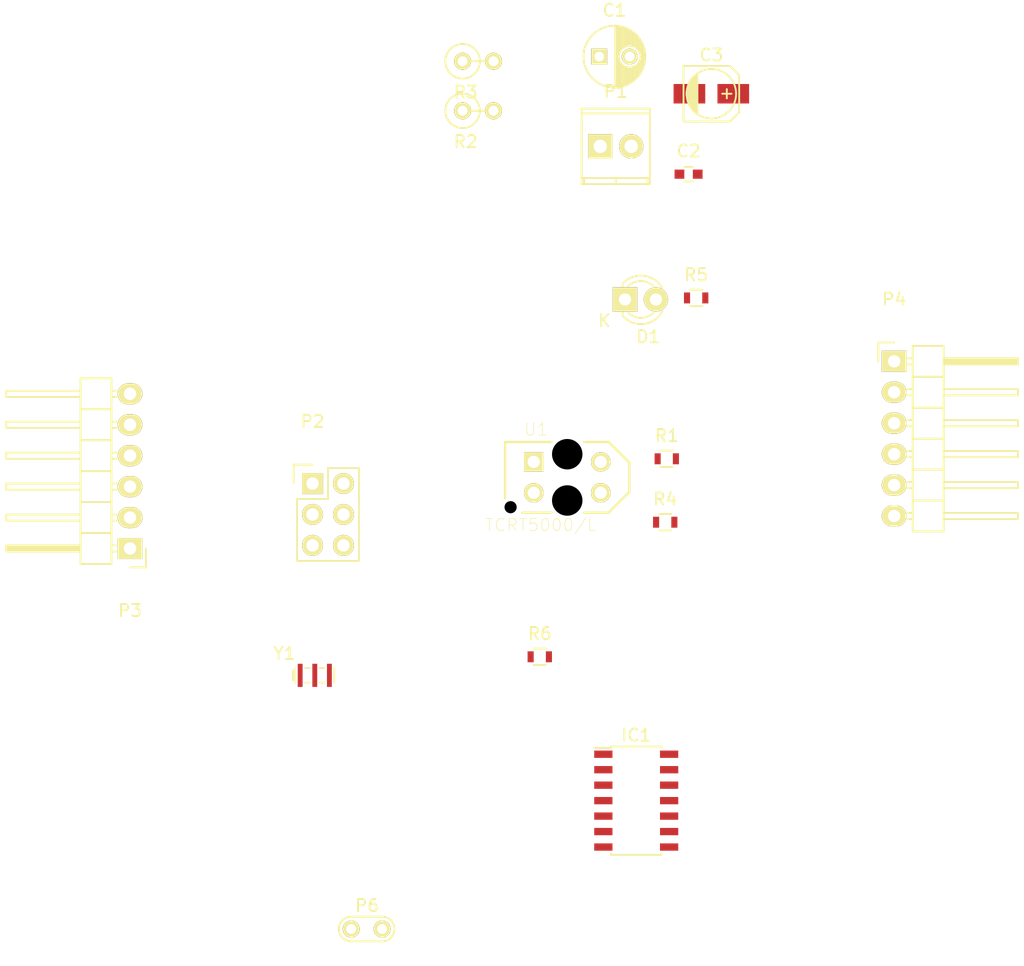
<source format=kicad_pcb>
(kicad_pcb (version 4) (host pcbnew 4.0.2-stable)

  (general
    (links 46)
    (no_connects 46)
    (area 0 0 0 0)
    (thickness 1.6)
    (drawings 0)
    (tracks 0)
    (zones 0)
    (modules 18)
    (nets 18)
  )

  (page A4)
  (layers
    (0 F.Cu signal)
    (31 B.Cu signal)
    (32 B.Adhes user)
    (33 F.Adhes user)
    (34 B.Paste user)
    (35 F.Paste user)
    (36 B.SilkS user)
    (37 F.SilkS user)
    (38 B.Mask user)
    (39 F.Mask user)
    (40 Dwgs.User user)
    (41 Cmts.User user)
    (42 Eco1.User user)
    (43 Eco2.User user)
    (44 Edge.Cuts user)
    (45 Margin user)
    (46 B.CrtYd user)
    (47 F.CrtYd user)
    (48 B.Fab user)
    (49 F.Fab user)
  )

  (setup
    (last_trace_width 0.1524)
    (trace_clearance 0.1524)
    (zone_clearance 0.508)
    (zone_45_only no)
    (trace_min 0.1524)
    (segment_width 0.2)
    (edge_width 0.15)
    (via_size 0.6858)
    (via_drill 0.3302)
    (via_min_size 0.6858)
    (via_min_drill 0.3302)
    (uvia_size 0.3)
    (uvia_drill 0.1)
    (uvias_allowed no)
    (uvia_min_size 0.3)
    (uvia_min_drill 0.1)
    (pcb_text_width 0.3)
    (pcb_text_size 1.5 1.5)
    (mod_edge_width 0.15)
    (mod_text_size 1 1)
    (mod_text_width 0.15)
    (pad_size 1.524 1.524)
    (pad_drill 0.762)
    (pad_to_mask_clearance 0.2)
    (aux_axis_origin 0 0)
    (visible_elements FFFFFF7F)
    (pcbplotparams
      (layerselection 0x00030_80000001)
      (usegerberextensions false)
      (excludeedgelayer true)
      (linewidth 0.100000)
      (plotframeref false)
      (viasonmask false)
      (mode 1)
      (useauxorigin false)
      (hpglpennumber 1)
      (hpglpenspeed 20)
      (hpglpendiameter 15)
      (hpglpenoverlay 2)
      (psnegative false)
      (psa4output false)
      (plotreference true)
      (plotvalue true)
      (plotinvisibletext false)
      (padsonsilk false)
      (subtractmaskfromsilk false)
      (outputformat 1)
      (mirror false)
      (drillshape 1)
      (scaleselection 1)
      (outputdirectory ""))
  )

  (net 0 "")
  (net 1 +5V)
  (net 2 GND)
  (net 3 "Net-(D1-Pad2)")
  (net 4 "Net-(IC1-Pad2)")
  (net 5 "Net-(IC1-Pad3)")
  (net 6 "Net-(IC1-Pad4)")
  (net 7 "Net-(IC1-Pad5)")
  (net 8 /SS)
  (net 9 /SDA/MOSI)
  (net 10 /MISO)
  (net 11 /SCK/SCL)
  (net 12 "Net-(IC1-Pad10)")
  (net 13 /RX)
  (net 14 /TX)
  (net 15 "Net-(IC1-Pad13)")
  (net 16 /RESET)
  (net 17 "Net-(R1-Pad2)")

  (net_class Default "This is the default net class."
    (clearance 0.1524)
    (trace_width 0.1524)
    (via_dia 0.6858)
    (via_drill 0.3302)
    (uvia_dia 0.3)
    (uvia_drill 0.1)
    (add_net +5V)
    (add_net /MISO)
    (add_net /RESET)
    (add_net /RX)
    (add_net /SCK/SCL)
    (add_net /SDA/MOSI)
    (add_net /SS)
    (add_net /TX)
    (add_net GND)
    (add_net "Net-(D1-Pad2)")
    (add_net "Net-(IC1-Pad10)")
    (add_net "Net-(IC1-Pad13)")
    (add_net "Net-(IC1-Pad2)")
    (add_net "Net-(IC1-Pad3)")
    (add_net "Net-(IC1-Pad4)")
    (add_net "Net-(IC1-Pad5)")
    (add_net "Net-(R1-Pad2)")
  )

  (module Capacitors_ThroughHole:C_Radial_D5_L6_P2.5 (layer F.Cu) (tedit 0) (tstamp 57CBCCDC)
    (at 160.822 90.678)
    (descr "Radial Electrolytic Capacitor Diameter 5mm x Length 6mm, Pitch 2.5mm")
    (tags "Electrolytic Capacitor")
    (path /57CC3C25)
    (fp_text reference C1 (at 1.25 -3.8) (layer F.SilkS)
      (effects (font (size 1 1) (thickness 0.15)))
    )
    (fp_text value 10-220uF (at 1.25 3.8) (layer F.Fab)
      (effects (font (size 1 1) (thickness 0.15)))
    )
    (fp_line (start 1.325 -2.499) (end 1.325 2.499) (layer F.SilkS) (width 0.15))
    (fp_line (start 1.465 -2.491) (end 1.465 2.491) (layer F.SilkS) (width 0.15))
    (fp_line (start 1.605 -2.475) (end 1.605 -0.095) (layer F.SilkS) (width 0.15))
    (fp_line (start 1.605 0.095) (end 1.605 2.475) (layer F.SilkS) (width 0.15))
    (fp_line (start 1.745 -2.451) (end 1.745 -0.49) (layer F.SilkS) (width 0.15))
    (fp_line (start 1.745 0.49) (end 1.745 2.451) (layer F.SilkS) (width 0.15))
    (fp_line (start 1.885 -2.418) (end 1.885 -0.657) (layer F.SilkS) (width 0.15))
    (fp_line (start 1.885 0.657) (end 1.885 2.418) (layer F.SilkS) (width 0.15))
    (fp_line (start 2.025 -2.377) (end 2.025 -0.764) (layer F.SilkS) (width 0.15))
    (fp_line (start 2.025 0.764) (end 2.025 2.377) (layer F.SilkS) (width 0.15))
    (fp_line (start 2.165 -2.327) (end 2.165 -0.835) (layer F.SilkS) (width 0.15))
    (fp_line (start 2.165 0.835) (end 2.165 2.327) (layer F.SilkS) (width 0.15))
    (fp_line (start 2.305 -2.266) (end 2.305 -0.879) (layer F.SilkS) (width 0.15))
    (fp_line (start 2.305 0.879) (end 2.305 2.266) (layer F.SilkS) (width 0.15))
    (fp_line (start 2.445 -2.196) (end 2.445 -0.898) (layer F.SilkS) (width 0.15))
    (fp_line (start 2.445 0.898) (end 2.445 2.196) (layer F.SilkS) (width 0.15))
    (fp_line (start 2.585 -2.114) (end 2.585 -0.896) (layer F.SilkS) (width 0.15))
    (fp_line (start 2.585 0.896) (end 2.585 2.114) (layer F.SilkS) (width 0.15))
    (fp_line (start 2.725 -2.019) (end 2.725 -0.871) (layer F.SilkS) (width 0.15))
    (fp_line (start 2.725 0.871) (end 2.725 2.019) (layer F.SilkS) (width 0.15))
    (fp_line (start 2.865 -1.908) (end 2.865 -0.823) (layer F.SilkS) (width 0.15))
    (fp_line (start 2.865 0.823) (end 2.865 1.908) (layer F.SilkS) (width 0.15))
    (fp_line (start 3.005 -1.78) (end 3.005 -0.745) (layer F.SilkS) (width 0.15))
    (fp_line (start 3.005 0.745) (end 3.005 1.78) (layer F.SilkS) (width 0.15))
    (fp_line (start 3.145 -1.631) (end 3.145 -0.628) (layer F.SilkS) (width 0.15))
    (fp_line (start 3.145 0.628) (end 3.145 1.631) (layer F.SilkS) (width 0.15))
    (fp_line (start 3.285 -1.452) (end 3.285 -0.44) (layer F.SilkS) (width 0.15))
    (fp_line (start 3.285 0.44) (end 3.285 1.452) (layer F.SilkS) (width 0.15))
    (fp_line (start 3.425 -1.233) (end 3.425 1.233) (layer F.SilkS) (width 0.15))
    (fp_line (start 3.565 -0.944) (end 3.565 0.944) (layer F.SilkS) (width 0.15))
    (fp_line (start 3.705 -0.472) (end 3.705 0.472) (layer F.SilkS) (width 0.15))
    (fp_circle (center 2.5 0) (end 2.5 -0.9) (layer F.SilkS) (width 0.15))
    (fp_circle (center 1.25 0) (end 1.25 -2.5375) (layer F.SilkS) (width 0.15))
    (fp_circle (center 1.25 0) (end 1.25 -2.8) (layer F.CrtYd) (width 0.05))
    (pad 1 thru_hole rect (at 0 0) (size 1.3 1.3) (drill 0.8) (layers *.Cu *.Mask F.SilkS)
      (net 1 +5V))
    (pad 2 thru_hole circle (at 2.5 0) (size 1.3 1.3) (drill 0.8) (layers *.Cu *.Mask F.SilkS)
      (net 2 GND))
    (model Capacitors_ThroughHole.3dshapes/C_Radial_D5_L6_P2.5.wrl
      (at (xyz 0.0492126 0 0))
      (scale (xyz 1 1 1))
      (rotate (xyz 0 0 90))
    )
  )

  (module Capacitors_SMD:C_0603 (layer F.Cu) (tedit 5415D631) (tstamp 57CBCCE2)
    (at 168.16 100.33)
    (descr "Capacitor SMD 0603, reflow soldering, AVX (see smccp.pdf)")
    (tags "capacitor 0603")
    (path /57CBC66B)
    (attr smd)
    (fp_text reference C2 (at 0 -1.9) (layer F.SilkS)
      (effects (font (size 1 1) (thickness 0.15)))
    )
    (fp_text value 0.1uF (at 0 1.9) (layer F.Fab)
      (effects (font (size 1 1) (thickness 0.15)))
    )
    (fp_line (start -1.45 -0.75) (end 1.45 -0.75) (layer F.CrtYd) (width 0.05))
    (fp_line (start -1.45 0.75) (end 1.45 0.75) (layer F.CrtYd) (width 0.05))
    (fp_line (start -1.45 -0.75) (end -1.45 0.75) (layer F.CrtYd) (width 0.05))
    (fp_line (start 1.45 -0.75) (end 1.45 0.75) (layer F.CrtYd) (width 0.05))
    (fp_line (start -0.35 -0.6) (end 0.35 -0.6) (layer F.SilkS) (width 0.15))
    (fp_line (start 0.35 0.6) (end -0.35 0.6) (layer F.SilkS) (width 0.15))
    (pad 1 smd rect (at -0.75 0) (size 0.8 0.75) (layers F.Cu F.Paste F.Mask)
      (net 1 +5V))
    (pad 2 smd rect (at 0.75 0) (size 0.8 0.75) (layers F.Cu F.Paste F.Mask)
      (net 2 GND))
    (model Capacitors_SMD.3dshapes/C_0603.wrl
      (at (xyz 0 0 0))
      (scale (xyz 1 1 1))
      (rotate (xyz 0 0 0))
    )
  )

  (module Capacitors_SMD:c_elec_4x5.8 (layer F.Cu) (tedit 556FDF7F) (tstamp 57CBCCE8)
    (at 170.03014 93.726)
    (descr "SMT capacitor, aluminium electrolytic, 4x5.8")
    (path /57CC3B9B)
    (attr smd)
    (fp_text reference C3 (at 0 -3.175) (layer F.SilkS)
      (effects (font (size 1 1) (thickness 0.15)))
    )
    (fp_text value 10uF (at 0 3.175) (layer F.Fab)
      (effects (font (size 1 1) (thickness 0.15)))
    )
    (fp_line (start -3.35 -2.65) (end 3.35 -2.65) (layer F.CrtYd) (width 0.05))
    (fp_line (start 3.35 -2.65) (end 3.35 2.65) (layer F.CrtYd) (width 0.05))
    (fp_line (start 3.35 2.65) (end -3.35 2.65) (layer F.CrtYd) (width 0.05))
    (fp_line (start -3.35 2.65) (end -3.35 -2.65) (layer F.CrtYd) (width 0.05))
    (fp_line (start 1.651 0) (end 0.889 0) (layer F.SilkS) (width 0.15))
    (fp_line (start 1.27 -0.381) (end 1.27 0.381) (layer F.SilkS) (width 0.15))
    (fp_line (start 1.524 2.286) (end -2.286 2.286) (layer F.SilkS) (width 0.15))
    (fp_line (start 2.286 -1.524) (end 2.286 1.524) (layer F.SilkS) (width 0.15))
    (fp_line (start 1.524 2.286) (end 2.286 1.524) (layer F.SilkS) (width 0.15))
    (fp_line (start 1.524 -2.286) (end -2.286 -2.286) (layer F.SilkS) (width 0.15))
    (fp_line (start 1.524 -2.286) (end 2.286 -1.524) (layer F.SilkS) (width 0.15))
    (fp_line (start -2.032 0.127) (end -2.032 -0.127) (layer F.SilkS) (width 0.15))
    (fp_line (start -1.905 -0.635) (end -1.905 0.635) (layer F.SilkS) (width 0.15))
    (fp_line (start -1.778 0.889) (end -1.778 -0.889) (layer F.SilkS) (width 0.15))
    (fp_line (start -1.651 1.143) (end -1.651 -1.143) (layer F.SilkS) (width 0.15))
    (fp_line (start -1.524 -1.27) (end -1.524 1.27) (layer F.SilkS) (width 0.15))
    (fp_line (start -1.397 1.397) (end -1.397 -1.397) (layer F.SilkS) (width 0.15))
    (fp_line (start -1.27 -1.524) (end -1.27 1.524) (layer F.SilkS) (width 0.15))
    (fp_line (start -1.143 -1.651) (end -1.143 1.651) (layer F.SilkS) (width 0.15))
    (fp_line (start -2.286 -2.286) (end -2.286 2.286) (layer F.SilkS) (width 0.15))
    (fp_circle (center 0 0) (end -2.032 0) (layer F.SilkS) (width 0.15))
    (pad 1 smd rect (at 1.80086 0) (size 2.60096 1.6002) (layers F.Cu F.Paste F.Mask)
      (net 1 +5V))
    (pad 2 smd rect (at -1.80086 0) (size 2.60096 1.6002) (layers F.Cu F.Paste F.Mask)
      (net 2 GND))
    (model Capacitors_SMD.3dshapes/c_elec_4x5.8.wrl
      (at (xyz 0 0 0))
      (scale (xyz 1 1 1))
      (rotate (xyz 0 0 0))
    )
  )

  (module LEDs:LED-3MM (layer F.Cu) (tedit 559B82F6) (tstamp 57CBCCEE)
    (at 162.941 110.617)
    (descr "LED 3mm round vertical")
    (tags "LED  3mm round vertical")
    (path /57CB8ED7)
    (fp_text reference D1 (at 1.91 3.06) (layer F.SilkS)
      (effects (font (size 1 1) (thickness 0.15)))
    )
    (fp_text value White (at 1.3 -2.9) (layer F.Fab)
      (effects (font (size 1 1) (thickness 0.15)))
    )
    (fp_line (start -1.2 2.3) (end 3.8 2.3) (layer F.CrtYd) (width 0.05))
    (fp_line (start 3.8 2.3) (end 3.8 -2.2) (layer F.CrtYd) (width 0.05))
    (fp_line (start 3.8 -2.2) (end -1.2 -2.2) (layer F.CrtYd) (width 0.05))
    (fp_line (start -1.2 -2.2) (end -1.2 2.3) (layer F.CrtYd) (width 0.05))
    (fp_line (start -0.199 1.314) (end -0.199 1.114) (layer F.SilkS) (width 0.15))
    (fp_line (start -0.199 -1.28) (end -0.199 -1.1) (layer F.SilkS) (width 0.15))
    (fp_arc (start 1.301 0.034) (end -0.199 -1.286) (angle 108.5) (layer F.SilkS) (width 0.15))
    (fp_arc (start 1.301 0.034) (end 0.25 -1.1) (angle 85.7) (layer F.SilkS) (width 0.15))
    (fp_arc (start 1.311 0.034) (end 3.051 0.994) (angle 110) (layer F.SilkS) (width 0.15))
    (fp_arc (start 1.301 0.034) (end 2.335 1.094) (angle 87.5) (layer F.SilkS) (width 0.15))
    (fp_text user K (at -1.69 1.74) (layer F.SilkS)
      (effects (font (size 1 1) (thickness 0.15)))
    )
    (pad 1 thru_hole rect (at 0 0 90) (size 2 2) (drill 1.00076) (layers *.Cu *.Mask F.SilkS)
      (net 2 GND))
    (pad 2 thru_hole circle (at 2.54 0) (size 2 2) (drill 1.00076) (layers *.Cu *.Mask F.SilkS)
      (net 3 "Net-(D1-Pad2)"))
    (model LEDs.3dshapes/LED-3MM.wrl
      (at (xyz 0.05 0 0))
      (scale (xyz 1 1 1))
      (rotate (xyz 0 0 90))
    )
  )

  (module Housings_SOIC:SOIC-14_3.9x8.7mm_Pitch1.27mm (layer F.Cu) (tedit 54130A77) (tstamp 57CBCD00)
    (at 163.863 151.765)
    (descr "14-Lead Plastic Small Outline (SL) - Narrow, 3.90 mm Body [SOIC] (see Microchip Packaging Specification 00000049BS.pdf)")
    (tags "SOIC 1.27")
    (path /57C9E1CB)
    (attr smd)
    (fp_text reference IC1 (at 0 -5.375) (layer F.SilkS)
      (effects (font (size 1 1) (thickness 0.15)))
    )
    (fp_text value ATTINY841-SSU (at 0 5.375) (layer F.Fab)
      (effects (font (size 1 1) (thickness 0.15)))
    )
    (fp_line (start -3.7 -4.65) (end -3.7 4.65) (layer F.CrtYd) (width 0.05))
    (fp_line (start 3.7 -4.65) (end 3.7 4.65) (layer F.CrtYd) (width 0.05))
    (fp_line (start -3.7 -4.65) (end 3.7 -4.65) (layer F.CrtYd) (width 0.05))
    (fp_line (start -3.7 4.65) (end 3.7 4.65) (layer F.CrtYd) (width 0.05))
    (fp_line (start -2.075 -4.45) (end -2.075 -4.335) (layer F.SilkS) (width 0.15))
    (fp_line (start 2.075 -4.45) (end 2.075 -4.335) (layer F.SilkS) (width 0.15))
    (fp_line (start 2.075 4.45) (end 2.075 4.335) (layer F.SilkS) (width 0.15))
    (fp_line (start -2.075 4.45) (end -2.075 4.335) (layer F.SilkS) (width 0.15))
    (fp_line (start -2.075 -4.45) (end 2.075 -4.45) (layer F.SilkS) (width 0.15))
    (fp_line (start -2.075 4.45) (end 2.075 4.45) (layer F.SilkS) (width 0.15))
    (fp_line (start -2.075 -4.335) (end -3.45 -4.335) (layer F.SilkS) (width 0.15))
    (pad 1 smd rect (at -2.7 -3.81) (size 1.5 0.6) (layers F.Cu F.Paste F.Mask)
      (net 1 +5V))
    (pad 2 smd rect (at -2.7 -2.54) (size 1.5 0.6) (layers F.Cu F.Paste F.Mask)
      (net 4 "Net-(IC1-Pad2)"))
    (pad 3 smd rect (at -2.7 -1.27) (size 1.5 0.6) (layers F.Cu F.Paste F.Mask)
      (net 5 "Net-(IC1-Pad3)"))
    (pad 4 smd rect (at -2.7 0) (size 1.5 0.6) (layers F.Cu F.Paste F.Mask)
      (net 6 "Net-(IC1-Pad4)"))
    (pad 5 smd rect (at -2.7 1.27) (size 1.5 0.6) (layers F.Cu F.Paste F.Mask)
      (net 7 "Net-(IC1-Pad5)"))
    (pad 6 smd rect (at -2.7 2.54) (size 1.5 0.6) (layers F.Cu F.Paste F.Mask)
      (net 8 /SS))
    (pad 7 smd rect (at -2.7 3.81) (size 1.5 0.6) (layers F.Cu F.Paste F.Mask)
      (net 9 /SDA/MOSI))
    (pad 8 smd rect (at 2.7 3.81) (size 1.5 0.6) (layers F.Cu F.Paste F.Mask)
      (net 10 /MISO))
    (pad 9 smd rect (at 2.7 2.54) (size 1.5 0.6) (layers F.Cu F.Paste F.Mask)
      (net 11 /SCK/SCL))
    (pad 10 smd rect (at 2.7 1.27) (size 1.5 0.6) (layers F.Cu F.Paste F.Mask)
      (net 12 "Net-(IC1-Pad10)"))
    (pad 11 smd rect (at 2.7 0) (size 1.5 0.6) (layers F.Cu F.Paste F.Mask)
      (net 13 /RX))
    (pad 12 smd rect (at 2.7 -1.27) (size 1.5 0.6) (layers F.Cu F.Paste F.Mask)
      (net 14 /TX))
    (pad 13 smd rect (at 2.7 -2.54) (size 1.5 0.6) (layers F.Cu F.Paste F.Mask)
      (net 15 "Net-(IC1-Pad13)"))
    (pad 14 smd rect (at 2.7 -3.81) (size 1.5 0.6) (layers F.Cu F.Paste F.Mask)
      (net 2 GND))
    (model Housings_SOIC.3dshapes/SOIC-14_3.9x8.7mm_Pitch1.27mm.wrl
      (at (xyz 0 0 0))
      (scale (xyz 1 1 1))
      (rotate (xyz 0 0 0))
    )
  )

  (module Terminal_Blocks:TerminalBlock_Pheonix_MPT-2.54mm_2pol (layer F.Cu) (tedit 0) (tstamp 57CBCD0D)
    (at 160.909 98.044)
    (descr "2-way 2.54mm pitch terminal block, Phoenix MPT series")
    (path /57CB92B7)
    (fp_text reference P1 (at 1.27 -4.50088) (layer F.SilkS)
      (effects (font (size 1 1) (thickness 0.15)))
    )
    (fp_text value 5V (at 1.27 4.50088) (layer F.Fab)
      (effects (font (size 1 1) (thickness 0.15)))
    )
    (fp_line (start -1.7 -3.3) (end 4.3 -3.3) (layer F.CrtYd) (width 0.05))
    (fp_line (start -1.7 3.3) (end -1.7 -3.3) (layer F.CrtYd) (width 0.05))
    (fp_line (start 4.3 3.3) (end -1.7 3.3) (layer F.CrtYd) (width 0.05))
    (fp_line (start 4.3 -3.3) (end 4.3 3.3) (layer F.CrtYd) (width 0.05))
    (fp_line (start 4.06908 2.60096) (end -1.52908 2.60096) (layer F.SilkS) (width 0.15))
    (fp_line (start -1.33096 3.0988) (end -1.33096 2.60096) (layer F.SilkS) (width 0.15))
    (fp_line (start 3.87096 2.60096) (end 3.87096 3.0988) (layer F.SilkS) (width 0.15))
    (fp_line (start 1.27 3.0988) (end 1.27 2.60096) (layer F.SilkS) (width 0.15))
    (fp_line (start -1.52908 -2.70002) (end 4.06908 -2.70002) (layer F.SilkS) (width 0.15))
    (fp_line (start -1.52908 3.0988) (end 4.06908 3.0988) (layer F.SilkS) (width 0.15))
    (fp_line (start 4.06908 3.0988) (end 4.06908 -3.0988) (layer F.SilkS) (width 0.15))
    (fp_line (start 4.06908 -3.0988) (end -1.52908 -3.0988) (layer F.SilkS) (width 0.15))
    (fp_line (start -1.52908 -3.0988) (end -1.52908 3.0988) (layer F.SilkS) (width 0.15))
    (pad 2 thru_hole oval (at 2.54 0) (size 1.99898 1.99898) (drill 1.09728) (layers *.Cu *.Mask F.SilkS)
      (net 1 +5V))
    (pad 1 thru_hole rect (at 0 0) (size 1.99898 1.99898) (drill 1.09728) (layers *.Cu *.Mask F.SilkS)
      (net 2 GND))
    (model Terminal_Blocks.3dshapes/TerminalBlock_Pheonix_MPT-2.54mm_2pol.wrl
      (at (xyz 0.05 0 0))
      (scale (xyz 1 1 1))
      (rotate (xyz 0 0 0))
    )
  )

  (module Pin_Headers:Pin_Header_Straight_2x03 (layer F.Cu) (tedit 54EA0A4B) (tstamp 57CBCD17)
    (at 137.287 125.73)
    (descr "Through hole pin header")
    (tags "pin header")
    (path /57CC2B02)
    (fp_text reference P2 (at 0 -5.1) (layer F.SilkS)
      (effects (font (size 1 1) (thickness 0.15)))
    )
    (fp_text value ICSP (at 0 -3.1) (layer F.Fab)
      (effects (font (size 1 1) (thickness 0.15)))
    )
    (fp_line (start -1.27 1.27) (end -1.27 6.35) (layer F.SilkS) (width 0.15))
    (fp_line (start -1.55 -1.55) (end 0 -1.55) (layer F.SilkS) (width 0.15))
    (fp_line (start -1.75 -1.75) (end -1.75 6.85) (layer F.CrtYd) (width 0.05))
    (fp_line (start 4.3 -1.75) (end 4.3 6.85) (layer F.CrtYd) (width 0.05))
    (fp_line (start -1.75 -1.75) (end 4.3 -1.75) (layer F.CrtYd) (width 0.05))
    (fp_line (start -1.75 6.85) (end 4.3 6.85) (layer F.CrtYd) (width 0.05))
    (fp_line (start 1.27 -1.27) (end 1.27 1.27) (layer F.SilkS) (width 0.15))
    (fp_line (start 1.27 1.27) (end -1.27 1.27) (layer F.SilkS) (width 0.15))
    (fp_line (start -1.27 6.35) (end 3.81 6.35) (layer F.SilkS) (width 0.15))
    (fp_line (start 3.81 6.35) (end 3.81 1.27) (layer F.SilkS) (width 0.15))
    (fp_line (start -1.55 -1.55) (end -1.55 0) (layer F.SilkS) (width 0.15))
    (fp_line (start 3.81 -1.27) (end 1.27 -1.27) (layer F.SilkS) (width 0.15))
    (fp_line (start 3.81 1.27) (end 3.81 -1.27) (layer F.SilkS) (width 0.15))
    (pad 1 thru_hole rect (at 0 0) (size 1.7272 1.7272) (drill 1.016) (layers *.Cu *.Mask F.SilkS)
      (net 10 /MISO))
    (pad 2 thru_hole oval (at 2.54 0) (size 1.7272 1.7272) (drill 1.016) (layers *.Cu *.Mask F.SilkS)
      (net 1 +5V))
    (pad 3 thru_hole oval (at 0 2.54) (size 1.7272 1.7272) (drill 1.016) (layers *.Cu *.Mask F.SilkS)
      (net 11 /SCK/SCL))
    (pad 4 thru_hole oval (at 2.54 2.54) (size 1.7272 1.7272) (drill 1.016) (layers *.Cu *.Mask F.SilkS)
      (net 9 /SDA/MOSI))
    (pad 5 thru_hole oval (at 0 5.08) (size 1.7272 1.7272) (drill 1.016) (layers *.Cu *.Mask F.SilkS)
      (net 16 /RESET))
    (pad 6 thru_hole oval (at 2.54 5.08) (size 1.7272 1.7272) (drill 1.016) (layers *.Cu *.Mask F.SilkS)
      (net 2 GND))
    (model Pin_Headers.3dshapes/Pin_Header_Straight_2x03.wrl
      (at (xyz 0.05 -0.1 0))
      (scale (xyz 1 1 1))
      (rotate (xyz 0 0 90))
    )
  )

  (module Pin_Headers:Pin_Header_Angled_1x06 (layer F.Cu) (tedit 0) (tstamp 57CBCD21)
    (at 122.301 131.064 180)
    (descr "Through hole pin header")
    (tags "pin header")
    (path /57CBE235)
    (fp_text reference P3 (at 0 -5.1 180) (layer F.SilkS)
      (effects (font (size 1 1) (thickness 0.15)))
    )
    (fp_text value IN (at 0 -3.1 180) (layer F.Fab)
      (effects (font (size 1 1) (thickness 0.15)))
    )
    (fp_line (start -1.5 -1.75) (end -1.5 14.45) (layer F.CrtYd) (width 0.05))
    (fp_line (start 10.65 -1.75) (end 10.65 14.45) (layer F.CrtYd) (width 0.05))
    (fp_line (start -1.5 -1.75) (end 10.65 -1.75) (layer F.CrtYd) (width 0.05))
    (fp_line (start -1.5 14.45) (end 10.65 14.45) (layer F.CrtYd) (width 0.05))
    (fp_line (start -1.3 -1.55) (end -1.3 0) (layer F.SilkS) (width 0.15))
    (fp_line (start 0 -1.55) (end -1.3 -1.55) (layer F.SilkS) (width 0.15))
    (fp_line (start 4.191 -0.127) (end 10.033 -0.127) (layer F.SilkS) (width 0.15))
    (fp_line (start 10.033 -0.127) (end 10.033 0.127) (layer F.SilkS) (width 0.15))
    (fp_line (start 10.033 0.127) (end 4.191 0.127) (layer F.SilkS) (width 0.15))
    (fp_line (start 4.191 0.127) (end 4.191 0) (layer F.SilkS) (width 0.15))
    (fp_line (start 4.191 0) (end 10.033 0) (layer F.SilkS) (width 0.15))
    (fp_line (start 1.524 -0.254) (end 1.143 -0.254) (layer F.SilkS) (width 0.15))
    (fp_line (start 1.524 0.254) (end 1.143 0.254) (layer F.SilkS) (width 0.15))
    (fp_line (start 1.524 2.286) (end 1.143 2.286) (layer F.SilkS) (width 0.15))
    (fp_line (start 1.524 2.794) (end 1.143 2.794) (layer F.SilkS) (width 0.15))
    (fp_line (start 1.524 4.826) (end 1.143 4.826) (layer F.SilkS) (width 0.15))
    (fp_line (start 1.524 5.334) (end 1.143 5.334) (layer F.SilkS) (width 0.15))
    (fp_line (start 1.524 12.954) (end 1.143 12.954) (layer F.SilkS) (width 0.15))
    (fp_line (start 1.524 12.446) (end 1.143 12.446) (layer F.SilkS) (width 0.15))
    (fp_line (start 1.524 10.414) (end 1.143 10.414) (layer F.SilkS) (width 0.15))
    (fp_line (start 1.524 9.906) (end 1.143 9.906) (layer F.SilkS) (width 0.15))
    (fp_line (start 1.524 7.874) (end 1.143 7.874) (layer F.SilkS) (width 0.15))
    (fp_line (start 1.524 7.366) (end 1.143 7.366) (layer F.SilkS) (width 0.15))
    (fp_line (start 1.524 -1.27) (end 4.064 -1.27) (layer F.SilkS) (width 0.15))
    (fp_line (start 1.524 1.27) (end 4.064 1.27) (layer F.SilkS) (width 0.15))
    (fp_line (start 1.524 1.27) (end 1.524 3.81) (layer F.SilkS) (width 0.15))
    (fp_line (start 1.524 3.81) (end 4.064 3.81) (layer F.SilkS) (width 0.15))
    (fp_line (start 4.064 2.286) (end 10.16 2.286) (layer F.SilkS) (width 0.15))
    (fp_line (start 10.16 2.286) (end 10.16 2.794) (layer F.SilkS) (width 0.15))
    (fp_line (start 10.16 2.794) (end 4.064 2.794) (layer F.SilkS) (width 0.15))
    (fp_line (start 4.064 3.81) (end 4.064 1.27) (layer F.SilkS) (width 0.15))
    (fp_line (start 4.064 1.27) (end 4.064 -1.27) (layer F.SilkS) (width 0.15))
    (fp_line (start 10.16 0.254) (end 4.064 0.254) (layer F.SilkS) (width 0.15))
    (fp_line (start 10.16 -0.254) (end 10.16 0.254) (layer F.SilkS) (width 0.15))
    (fp_line (start 4.064 -0.254) (end 10.16 -0.254) (layer F.SilkS) (width 0.15))
    (fp_line (start 1.524 1.27) (end 4.064 1.27) (layer F.SilkS) (width 0.15))
    (fp_line (start 1.524 -1.27) (end 1.524 1.27) (layer F.SilkS) (width 0.15))
    (fp_line (start 1.524 8.89) (end 4.064 8.89) (layer F.SilkS) (width 0.15))
    (fp_line (start 1.524 8.89) (end 1.524 11.43) (layer F.SilkS) (width 0.15))
    (fp_line (start 1.524 11.43) (end 4.064 11.43) (layer F.SilkS) (width 0.15))
    (fp_line (start 4.064 9.906) (end 10.16 9.906) (layer F.SilkS) (width 0.15))
    (fp_line (start 10.16 9.906) (end 10.16 10.414) (layer F.SilkS) (width 0.15))
    (fp_line (start 10.16 10.414) (end 4.064 10.414) (layer F.SilkS) (width 0.15))
    (fp_line (start 4.064 11.43) (end 4.064 8.89) (layer F.SilkS) (width 0.15))
    (fp_line (start 4.064 13.97) (end 4.064 11.43) (layer F.SilkS) (width 0.15))
    (fp_line (start 10.16 12.954) (end 4.064 12.954) (layer F.SilkS) (width 0.15))
    (fp_line (start 10.16 12.446) (end 10.16 12.954) (layer F.SilkS) (width 0.15))
    (fp_line (start 4.064 12.446) (end 10.16 12.446) (layer F.SilkS) (width 0.15))
    (fp_line (start 1.524 13.97) (end 4.064 13.97) (layer F.SilkS) (width 0.15))
    (fp_line (start 1.524 11.43) (end 1.524 13.97) (layer F.SilkS) (width 0.15))
    (fp_line (start 1.524 11.43) (end 4.064 11.43) (layer F.SilkS) (width 0.15))
    (fp_line (start 1.524 6.35) (end 4.064 6.35) (layer F.SilkS) (width 0.15))
    (fp_line (start 1.524 6.35) (end 1.524 8.89) (layer F.SilkS) (width 0.15))
    (fp_line (start 1.524 8.89) (end 4.064 8.89) (layer F.SilkS) (width 0.15))
    (fp_line (start 4.064 7.366) (end 10.16 7.366) (layer F.SilkS) (width 0.15))
    (fp_line (start 10.16 7.366) (end 10.16 7.874) (layer F.SilkS) (width 0.15))
    (fp_line (start 10.16 7.874) (end 4.064 7.874) (layer F.SilkS) (width 0.15))
    (fp_line (start 4.064 8.89) (end 4.064 6.35) (layer F.SilkS) (width 0.15))
    (fp_line (start 4.064 6.35) (end 4.064 3.81) (layer F.SilkS) (width 0.15))
    (fp_line (start 10.16 5.334) (end 4.064 5.334) (layer F.SilkS) (width 0.15))
    (fp_line (start 10.16 4.826) (end 10.16 5.334) (layer F.SilkS) (width 0.15))
    (fp_line (start 4.064 4.826) (end 10.16 4.826) (layer F.SilkS) (width 0.15))
    (fp_line (start 1.524 6.35) (end 4.064 6.35) (layer F.SilkS) (width 0.15))
    (fp_line (start 1.524 3.81) (end 1.524 6.35) (layer F.SilkS) (width 0.15))
    (fp_line (start 1.524 3.81) (end 4.064 3.81) (layer F.SilkS) (width 0.15))
    (pad 1 thru_hole rect (at 0 0 180) (size 2.032 1.7272) (drill 1.016) (layers *.Cu *.Mask F.SilkS)
      (net 1 +5V))
    (pad 2 thru_hole oval (at 0 2.54 180) (size 2.032 1.7272) (drill 1.016) (layers *.Cu *.Mask F.SilkS)
      (net 2 GND))
    (pad 3 thru_hole oval (at 0 5.08 180) (size 2.032 1.7272) (drill 1.016) (layers *.Cu *.Mask F.SilkS)
      (net 11 /SCK/SCL))
    (pad 4 thru_hole oval (at 0 7.62 180) (size 2.032 1.7272) (drill 1.016) (layers *.Cu *.Mask F.SilkS)
      (net 10 /MISO))
    (pad 5 thru_hole oval (at 0 10.16 180) (size 2.032 1.7272) (drill 1.016) (layers *.Cu *.Mask F.SilkS)
      (net 9 /SDA/MOSI))
    (pad 6 thru_hole oval (at 0 12.7 180) (size 2.032 1.7272) (drill 1.016) (layers *.Cu *.Mask F.SilkS)
      (net 8 /SS))
    (model Pin_Headers.3dshapes/Pin_Header_Angled_1x06.wrl
      (at (xyz 0 -0.25 0))
      (scale (xyz 1 1 1))
      (rotate (xyz 0 0 90))
    )
  )

  (module Pin_Headers:Pin_Header_Angled_1x06 (layer F.Cu) (tedit 0) (tstamp 57CBCD2B)
    (at 185.039 115.697)
    (descr "Through hole pin header")
    (tags "pin header")
    (path /57CBE474)
    (fp_text reference P4 (at 0 -5.1) (layer F.SilkS)
      (effects (font (size 1 1) (thickness 0.15)))
    )
    (fp_text value OUT (at 0 -3.1) (layer F.Fab)
      (effects (font (size 1 1) (thickness 0.15)))
    )
    (fp_line (start -1.5 -1.75) (end -1.5 14.45) (layer F.CrtYd) (width 0.05))
    (fp_line (start 10.65 -1.75) (end 10.65 14.45) (layer F.CrtYd) (width 0.05))
    (fp_line (start -1.5 -1.75) (end 10.65 -1.75) (layer F.CrtYd) (width 0.05))
    (fp_line (start -1.5 14.45) (end 10.65 14.45) (layer F.CrtYd) (width 0.05))
    (fp_line (start -1.3 -1.55) (end -1.3 0) (layer F.SilkS) (width 0.15))
    (fp_line (start 0 -1.55) (end -1.3 -1.55) (layer F.SilkS) (width 0.15))
    (fp_line (start 4.191 -0.127) (end 10.033 -0.127) (layer F.SilkS) (width 0.15))
    (fp_line (start 10.033 -0.127) (end 10.033 0.127) (layer F.SilkS) (width 0.15))
    (fp_line (start 10.033 0.127) (end 4.191 0.127) (layer F.SilkS) (width 0.15))
    (fp_line (start 4.191 0.127) (end 4.191 0) (layer F.SilkS) (width 0.15))
    (fp_line (start 4.191 0) (end 10.033 0) (layer F.SilkS) (width 0.15))
    (fp_line (start 1.524 -0.254) (end 1.143 -0.254) (layer F.SilkS) (width 0.15))
    (fp_line (start 1.524 0.254) (end 1.143 0.254) (layer F.SilkS) (width 0.15))
    (fp_line (start 1.524 2.286) (end 1.143 2.286) (layer F.SilkS) (width 0.15))
    (fp_line (start 1.524 2.794) (end 1.143 2.794) (layer F.SilkS) (width 0.15))
    (fp_line (start 1.524 4.826) (end 1.143 4.826) (layer F.SilkS) (width 0.15))
    (fp_line (start 1.524 5.334) (end 1.143 5.334) (layer F.SilkS) (width 0.15))
    (fp_line (start 1.524 12.954) (end 1.143 12.954) (layer F.SilkS) (width 0.15))
    (fp_line (start 1.524 12.446) (end 1.143 12.446) (layer F.SilkS) (width 0.15))
    (fp_line (start 1.524 10.414) (end 1.143 10.414) (layer F.SilkS) (width 0.15))
    (fp_line (start 1.524 9.906) (end 1.143 9.906) (layer F.SilkS) (width 0.15))
    (fp_line (start 1.524 7.874) (end 1.143 7.874) (layer F.SilkS) (width 0.15))
    (fp_line (start 1.524 7.366) (end 1.143 7.366) (layer F.SilkS) (width 0.15))
    (fp_line (start 1.524 -1.27) (end 4.064 -1.27) (layer F.SilkS) (width 0.15))
    (fp_line (start 1.524 1.27) (end 4.064 1.27) (layer F.SilkS) (width 0.15))
    (fp_line (start 1.524 1.27) (end 1.524 3.81) (layer F.SilkS) (width 0.15))
    (fp_line (start 1.524 3.81) (end 4.064 3.81) (layer F.SilkS) (width 0.15))
    (fp_line (start 4.064 2.286) (end 10.16 2.286) (layer F.SilkS) (width 0.15))
    (fp_line (start 10.16 2.286) (end 10.16 2.794) (layer F.SilkS) (width 0.15))
    (fp_line (start 10.16 2.794) (end 4.064 2.794) (layer F.SilkS) (width 0.15))
    (fp_line (start 4.064 3.81) (end 4.064 1.27) (layer F.SilkS) (width 0.15))
    (fp_line (start 4.064 1.27) (end 4.064 -1.27) (layer F.SilkS) (width 0.15))
    (fp_line (start 10.16 0.254) (end 4.064 0.254) (layer F.SilkS) (width 0.15))
    (fp_line (start 10.16 -0.254) (end 10.16 0.254) (layer F.SilkS) (width 0.15))
    (fp_line (start 4.064 -0.254) (end 10.16 -0.254) (layer F.SilkS) (width 0.15))
    (fp_line (start 1.524 1.27) (end 4.064 1.27) (layer F.SilkS) (width 0.15))
    (fp_line (start 1.524 -1.27) (end 1.524 1.27) (layer F.SilkS) (width 0.15))
    (fp_line (start 1.524 8.89) (end 4.064 8.89) (layer F.SilkS) (width 0.15))
    (fp_line (start 1.524 8.89) (end 1.524 11.43) (layer F.SilkS) (width 0.15))
    (fp_line (start 1.524 11.43) (end 4.064 11.43) (layer F.SilkS) (width 0.15))
    (fp_line (start 4.064 9.906) (end 10.16 9.906) (layer F.SilkS) (width 0.15))
    (fp_line (start 10.16 9.906) (end 10.16 10.414) (layer F.SilkS) (width 0.15))
    (fp_line (start 10.16 10.414) (end 4.064 10.414) (layer F.SilkS) (width 0.15))
    (fp_line (start 4.064 11.43) (end 4.064 8.89) (layer F.SilkS) (width 0.15))
    (fp_line (start 4.064 13.97) (end 4.064 11.43) (layer F.SilkS) (width 0.15))
    (fp_line (start 10.16 12.954) (end 4.064 12.954) (layer F.SilkS) (width 0.15))
    (fp_line (start 10.16 12.446) (end 10.16 12.954) (layer F.SilkS) (width 0.15))
    (fp_line (start 4.064 12.446) (end 10.16 12.446) (layer F.SilkS) (width 0.15))
    (fp_line (start 1.524 13.97) (end 4.064 13.97) (layer F.SilkS) (width 0.15))
    (fp_line (start 1.524 11.43) (end 1.524 13.97) (layer F.SilkS) (width 0.15))
    (fp_line (start 1.524 11.43) (end 4.064 11.43) (layer F.SilkS) (width 0.15))
    (fp_line (start 1.524 6.35) (end 4.064 6.35) (layer F.SilkS) (width 0.15))
    (fp_line (start 1.524 6.35) (end 1.524 8.89) (layer F.SilkS) (width 0.15))
    (fp_line (start 1.524 8.89) (end 4.064 8.89) (layer F.SilkS) (width 0.15))
    (fp_line (start 4.064 7.366) (end 10.16 7.366) (layer F.SilkS) (width 0.15))
    (fp_line (start 10.16 7.366) (end 10.16 7.874) (layer F.SilkS) (width 0.15))
    (fp_line (start 10.16 7.874) (end 4.064 7.874) (layer F.SilkS) (width 0.15))
    (fp_line (start 4.064 8.89) (end 4.064 6.35) (layer F.SilkS) (width 0.15))
    (fp_line (start 4.064 6.35) (end 4.064 3.81) (layer F.SilkS) (width 0.15))
    (fp_line (start 10.16 5.334) (end 4.064 5.334) (layer F.SilkS) (width 0.15))
    (fp_line (start 10.16 4.826) (end 10.16 5.334) (layer F.SilkS) (width 0.15))
    (fp_line (start 4.064 4.826) (end 10.16 4.826) (layer F.SilkS) (width 0.15))
    (fp_line (start 1.524 6.35) (end 4.064 6.35) (layer F.SilkS) (width 0.15))
    (fp_line (start 1.524 3.81) (end 1.524 6.35) (layer F.SilkS) (width 0.15))
    (fp_line (start 1.524 3.81) (end 4.064 3.81) (layer F.SilkS) (width 0.15))
    (pad 1 thru_hole rect (at 0 0) (size 2.032 1.7272) (drill 1.016) (layers *.Cu *.Mask F.SilkS)
      (net 1 +5V))
    (pad 2 thru_hole oval (at 0 2.54) (size 2.032 1.7272) (drill 1.016) (layers *.Cu *.Mask F.SilkS)
      (net 2 GND))
    (pad 3 thru_hole oval (at 0 5.08) (size 2.032 1.7272) (drill 1.016) (layers *.Cu *.Mask F.SilkS)
      (net 11 /SCK/SCL))
    (pad 4 thru_hole oval (at 0 7.62) (size 2.032 1.7272) (drill 1.016) (layers *.Cu *.Mask F.SilkS)
      (net 10 /MISO))
    (pad 5 thru_hole oval (at 0 10.16) (size 2.032 1.7272) (drill 1.016) (layers *.Cu *.Mask F.SilkS)
      (net 9 /SDA/MOSI))
    (pad 6 thru_hole oval (at 0 12.7) (size 2.032 1.7272) (drill 1.016) (layers *.Cu *.Mask F.SilkS)
      (net 8 /SS))
    (model Pin_Headers.3dshapes/Pin_Header_Angled_1x06.wrl
      (at (xyz 0 -0.25 0))
      (scale (xyz 1 1 1))
      (rotate (xyz 0 0 90))
    )
  )

  (module Measurement_Points:Test_Point (layer F.Cu) (tedit 0) (tstamp 57CBCD3B)
    (at 141.732 162.306)
    (descr "Connecteurs 2 pins")
    (tags "CONN DEV")
    (path /57CBCD0E)
    (fp_text reference P6 (at 0.03048 -1.92024) (layer F.SilkS)
      (effects (font (size 1 1) (thickness 0.15)))
    )
    (fp_text value "UART(test)" (at -0.07112 2.2098) (layer F.Fab)
      (effects (font (size 1 1) (thickness 0.15)))
    )
    (fp_line (start 1.27 1.016) (end -1.27 1.016) (layer F.SilkS) (width 0.15))
    (fp_line (start 1.27 -1.016) (end -1.27 -1.016) (layer F.SilkS) (width 0.15))
    (fp_arc (start 1.27 0) (end 2.286 0) (angle 90) (layer F.SilkS) (width 0.15))
    (fp_arc (start 1.27 0) (end 1.27 -1.016) (angle 90) (layer F.SilkS) (width 0.15))
    (fp_arc (start -1.27 0) (end -1.27 1.016) (angle 90) (layer F.SilkS) (width 0.15))
    (fp_arc (start -1.27 0) (end -2.286 0) (angle 90) (layer F.SilkS) (width 0.15))
    (pad 1 thru_hole circle (at -1.27 0) (size 1.397 1.397) (drill 0.8128) (layers *.Cu *.Mask F.SilkS)
      (net 14 /TX))
    (pad 1 thru_hole circle (at 1.27 0) (size 1.397 1.397) (drill 0.8128) (layers *.Cu *.Mask F.SilkS)
      (net 14 /TX))
    (model Measurement_Points.3dshapes/Test_Point.wrl
      (at (xyz 0 0 0))
      (scale (xyz 1 1 1))
      (rotate (xyz 0 0 0))
    )
  )

  (module Resistors_SMD:R_0603 (layer F.Cu) (tedit 5415CC62) (tstamp 57CBCD41)
    (at 166.37 123.698)
    (descr "Resistor SMD 0603, reflow soldering, Vishay (see dcrcw.pdf)")
    (tags "resistor 0603")
    (path /57CBC4C2)
    (attr smd)
    (fp_text reference R1 (at 0 -1.9) (layer F.SilkS)
      (effects (font (size 1 1) (thickness 0.15)))
    )
    (fp_text value 220? (at 0 1.9) (layer F.Fab)
      (effects (font (size 1 1) (thickness 0.15)))
    )
    (fp_line (start -1.3 -0.8) (end 1.3 -0.8) (layer F.CrtYd) (width 0.05))
    (fp_line (start -1.3 0.8) (end 1.3 0.8) (layer F.CrtYd) (width 0.05))
    (fp_line (start -1.3 -0.8) (end -1.3 0.8) (layer F.CrtYd) (width 0.05))
    (fp_line (start 1.3 -0.8) (end 1.3 0.8) (layer F.CrtYd) (width 0.05))
    (fp_line (start 0.5 0.675) (end -0.5 0.675) (layer F.SilkS) (width 0.15))
    (fp_line (start -0.5 -0.675) (end 0.5 -0.675) (layer F.SilkS) (width 0.15))
    (pad 1 smd rect (at -0.75 0) (size 0.5 0.9) (layers F.Cu F.Paste F.Mask)
      (net 1 +5V))
    (pad 2 smd rect (at 0.75 0) (size 0.5 0.9) (layers F.Cu F.Paste F.Mask)
      (net 17 "Net-(R1-Pad2)"))
    (model Resistors_SMD.3dshapes/R_0603.wrl
      (at (xyz 0 0 0))
      (scale (xyz 1 1 1))
      (rotate (xyz 0 0 0))
    )
  )

  (module Discret:R1 (layer F.Cu) (tedit 0) (tstamp 57CBCD47)
    (at 150.876 95.123)
    (descr "Resistance verticale")
    (tags R)
    (path /57CC5F58)
    (fp_text reference R2 (at -1.016 2.54) (layer F.SilkS)
      (effects (font (size 1 1) (thickness 0.15)))
    )
    (fp_text value 4k7 (at -1.143 2.54) (layer F.Fab)
      (effects (font (size 1 1) (thickness 0.15)))
    )
    (fp_line (start -1.27 0) (end 1.27 0) (layer F.SilkS) (width 0.15))
    (fp_circle (center -1.27 0) (end -0.635 1.27) (layer F.SilkS) (width 0.15))
    (pad 1 thru_hole circle (at -1.27 0) (size 1.397 1.397) (drill 0.8128) (layers *.Cu *.Mask F.SilkS)
      (net 11 /SCK/SCL))
    (pad 2 thru_hole circle (at 1.27 0) (size 1.397 1.397) (drill 0.8128) (layers *.Cu *.Mask F.SilkS)
      (net 1 +5V))
    (model Discret.3dshapes/R1.wrl
      (at (xyz 0 0 0))
      (scale (xyz 1 1 1))
      (rotate (xyz 0 0 0))
    )
  )

  (module Discret:R1 (layer F.Cu) (tedit 0) (tstamp 57CBCD4D)
    (at 150.876 91.059)
    (descr "Resistance verticale")
    (tags R)
    (path /57CC6137)
    (fp_text reference R3 (at -1.016 2.54) (layer F.SilkS)
      (effects (font (size 1 1) (thickness 0.15)))
    )
    (fp_text value 4k7 (at -1.143 2.54) (layer F.Fab)
      (effects (font (size 1 1) (thickness 0.15)))
    )
    (fp_line (start -1.27 0) (end 1.27 0) (layer F.SilkS) (width 0.15))
    (fp_circle (center -1.27 0) (end -0.635 1.27) (layer F.SilkS) (width 0.15))
    (pad 1 thru_hole circle (at -1.27 0) (size 1.397 1.397) (drill 0.8128) (layers *.Cu *.Mask F.SilkS)
      (net 9 /SDA/MOSI))
    (pad 2 thru_hole circle (at 1.27 0) (size 1.397 1.397) (drill 0.8128) (layers *.Cu *.Mask F.SilkS)
      (net 1 +5V))
    (model Discret.3dshapes/R1.wrl
      (at (xyz 0 0 0))
      (scale (xyz 1 1 1))
      (rotate (xyz 0 0 0))
    )
  )

  (module Resistors_SMD:R_0603 (layer F.Cu) (tedit 5415CC62) (tstamp 57CBCD53)
    (at 166.243 128.905)
    (descr "Resistor SMD 0603, reflow soldering, Vishay (see dcrcw.pdf)")
    (tags "resistor 0603")
    (path /57CC33DC)
    (attr smd)
    (fp_text reference R4 (at 0 -1.9) (layer F.SilkS)
      (effects (font (size 1 1) (thickness 0.15)))
    )
    (fp_text value 10k (at 0 1.9) (layer F.Fab)
      (effects (font (size 1 1) (thickness 0.15)))
    )
    (fp_line (start -1.3 -0.8) (end 1.3 -0.8) (layer F.CrtYd) (width 0.05))
    (fp_line (start -1.3 0.8) (end 1.3 0.8) (layer F.CrtYd) (width 0.05))
    (fp_line (start -1.3 -0.8) (end -1.3 0.8) (layer F.CrtYd) (width 0.05))
    (fp_line (start 1.3 -0.8) (end 1.3 0.8) (layer F.CrtYd) (width 0.05))
    (fp_line (start 0.5 0.675) (end -0.5 0.675) (layer F.SilkS) (width 0.15))
    (fp_line (start -0.5 -0.675) (end 0.5 -0.675) (layer F.SilkS) (width 0.15))
    (pad 1 smd rect (at -0.75 0) (size 0.5 0.9) (layers F.Cu F.Paste F.Mask)
      (net 1 +5V))
    (pad 2 smd rect (at 0.75 0) (size 0.5 0.9) (layers F.Cu F.Paste F.Mask)
      (net 6 "Net-(IC1-Pad4)"))
    (model Resistors_SMD.3dshapes/R_0603.wrl
      (at (xyz 0 0 0))
      (scale (xyz 1 1 1))
      (rotate (xyz 0 0 0))
    )
  )

  (module Resistors_SMD:R_0603 (layer F.Cu) (tedit 5415CC62) (tstamp 57CBCD59)
    (at 168.783 110.49)
    (descr "Resistor SMD 0603, reflow soldering, Vishay (see dcrcw.pdf)")
    (tags "resistor 0603")
    (path /57CB8FDB)
    (attr smd)
    (fp_text reference R5 (at 0 -1.9) (layer F.SilkS)
      (effects (font (size 1 1) (thickness 0.15)))
    )
    (fp_text value 220? (at 0 1.9) (layer F.Fab)
      (effects (font (size 1 1) (thickness 0.15)))
    )
    (fp_line (start -1.3 -0.8) (end 1.3 -0.8) (layer F.CrtYd) (width 0.05))
    (fp_line (start -1.3 0.8) (end 1.3 0.8) (layer F.CrtYd) (width 0.05))
    (fp_line (start -1.3 -0.8) (end -1.3 0.8) (layer F.CrtYd) (width 0.05))
    (fp_line (start 1.3 -0.8) (end 1.3 0.8) (layer F.CrtYd) (width 0.05))
    (fp_line (start 0.5 0.675) (end -0.5 0.675) (layer F.SilkS) (width 0.15))
    (fp_line (start -0.5 -0.675) (end 0.5 -0.675) (layer F.SilkS) (width 0.15))
    (pad 1 smd rect (at -0.75 0) (size 0.5 0.9) (layers F.Cu F.Paste F.Mask)
      (net 3 "Net-(D1-Pad2)"))
    (pad 2 smd rect (at 0.75 0) (size 0.5 0.9) (layers F.Cu F.Paste F.Mask)
      (net 7 "Net-(IC1-Pad5)"))
    (model Resistors_SMD.3dshapes/R_0603.wrl
      (at (xyz 0 0 0))
      (scale (xyz 1 1 1))
      (rotate (xyz 0 0 0))
    )
  )

  (module TCRT5000L:XDCR_TCRT5000L (layer F.Cu) (tedit 0) (tstamp 57CBCD64)
    (at 158.198 125.222)
    (path /57CBC192)
    (solder_mask_margin 0.1)
    (fp_text reference U1 (at -2.56 -3.935) (layer F.SilkS)
      (effects (font (size 1 1) (thickness 0.05)))
    )
    (fp_text value TCRT5000/L (at -2.175 3.915) (layer F.SilkS)
      (effects (font (size 1 1) (thickness 0.05)))
    )
    (fp_line (start -5.1 -2.9) (end -1.3 -2.9) (layer F.SilkS) (width 0.2))
    (fp_line (start 1.4 -2.9) (end 3.4 -2.9) (layer F.SilkS) (width 0.2))
    (fp_line (start 3.4 2.9) (end 1.4 2.9) (layer F.SilkS) (width 0.2))
    (fp_line (start -1.3 2.9) (end -3.7 2.9) (layer F.SilkS) (width 0.2))
    (fp_line (start -5.1 1.7) (end -5.1 -2.9) (layer F.SilkS) (width 0.2))
    (fp_line (start 3.4 -2.9) (end 5.1 -1.2) (layer F.SilkS) (width 0.2))
    (fp_line (start 5.1 -1.2) (end 5.1 1.2) (layer F.SilkS) (width 0.2))
    (fp_line (start 5.1 1.2) (end 3.4 2.9) (layer F.SilkS) (width 0.2))
    (fp_line (start -5.35 -3.15) (end 5.35 -3.15) (layer Dwgs.User) (width 0.05))
    (fp_line (start 5.35 -3.15) (end 5.35 3.15) (layer Dwgs.User) (width 0.05))
    (fp_line (start 5.35 3.15) (end -5.35 3.15) (layer Dwgs.User) (width 0.05))
    (fp_line (start -5.35 3.15) (end -5.35 -3.15) (layer Dwgs.User) (width 0.05))
    (pad 1 thru_hole rect (at -2.75 -1.27) (size 1.6 1.6) (drill 1) (layers *.Cu *.Mask F.SilkS)
      (net 15 "Net-(IC1-Pad13)") (solder_mask_margin 0.2))
    (pad 2 thru_hole circle (at -2.75 1.27) (size 1.6 1.6) (drill 1) (layers *.Cu *.Mask F.SilkS)
      (net 2 GND) (solder_mask_margin 0.2))
    (pad 3 thru_hole circle (at 2.75 1.27) (size 1.6 1.6) (drill 1) (layers *.Cu *.Mask F.SilkS)
      (net 2 GND) (solder_mask_margin 0.2))
    (pad 4 thru_hole circle (at 2.75 -1.27) (size 1.6 1.6) (drill 1) (layers *.Cu *.Mask F.SilkS)
      (net 17 "Net-(R1-Pad2)") (solder_mask_margin 0.2))
    (pad Hole np_thru_hole circle (at 0 -1.9) (size 2.5 2.5) (drill 2.5) (layers))
    (pad Hole np_thru_hole circle (at 0 1.9) (size 2.5 2.5) (drill 2.5) (layers))
    (pad Hole np_thru_hole circle (at -4.65 2.45) (size 1 1) (drill 1) (layers))
  )

  (module Crystals:Resonator_3.2x1.3mm (layer F.Cu) (tedit 57CBC920) (tstamp 57CBCD6B)
    (at 137.471 141.478)
    (descr "Murata CSTCC8M00G53-R0; 8MHz resonator, SMD, 0.5+0.3%; Farnell (Element 14) #1170435")
    (tags resonator)
    (path /57CBB75B)
    (attr smd)
    (fp_text reference Y1 (at -2.5 -1.8) (layer F.SilkS)
      (effects (font (size 1 1) (thickness 0.15)))
    )
    (fp_text value 16Mhz (at 0 2) (layer F.Fab)
      (effects (font (size 1 1) (thickness 0.15)))
    )
    (fp_line (start -1.8 -0.4) (end -1.8 0.4) (layer F.SilkS) (width 0.15))
    (fp_line (start -1.6 0.6) (end -1.6 -0.6) (layer F.SilkS) (width 0.15))
    (fp_line (start 1.6 -0.6) (end 1.6 0.6) (layer F.SilkS) (width 0.15))
    (fp_line (start -0.8 -0.6) (end -0.4 -0.6) (layer F.SilkS) (width 0.15))
    (fp_line (start 0.4 -0.6) (end 0.8 -0.6) (layer F.SilkS) (width 0.15))
    (fp_line (start -0.8 0.6) (end -0.4 0.6) (layer F.SilkS) (width 0.15))
    (fp_line (start 0.4 0.6) (end 0.8 0.6) (layer F.SilkS) (width 0.15))
    (pad 1 smd rect (at -1.2 0) (size 0.4 1.9) (layers F.Cu F.Paste F.Mask)
      (net 4 "Net-(IC1-Pad2)"))
    (pad 2 smd rect (at 0 0) (size 0.4 1.9) (layers F.Cu F.Paste F.Mask)
      (net 2 GND))
    (pad 3 smd rect (at 1.2 0) (size 0.4 1.9) (layers F.Cu F.Paste F.Mask)
      (net 5 "Net-(IC1-Pad3)"))
  )

  (module Resistors_SMD:R_0603 (layer F.Cu) (tedit 5415CC62) (tstamp 57CBCF69)
    (at 155.944 139.954)
    (descr "Resistor SMD 0603, reflow soldering, Vishay (see dcrcw.pdf)")
    (tags "resistor 0603")
    (path /57CBD55D)
    (attr smd)
    (fp_text reference R6 (at 0 -1.9) (layer F.SilkS)
      (effects (font (size 1 1) (thickness 0.15)))
    )
    (fp_text value 10k (at 0 1.9) (layer F.Fab)
      (effects (font (size 1 1) (thickness 0.15)))
    )
    (fp_line (start -1.3 -0.8) (end 1.3 -0.8) (layer F.CrtYd) (width 0.05))
    (fp_line (start -1.3 0.8) (end 1.3 0.8) (layer F.CrtYd) (width 0.05))
    (fp_line (start -1.3 -0.8) (end -1.3 0.8) (layer F.CrtYd) (width 0.05))
    (fp_line (start 1.3 -0.8) (end 1.3 0.8) (layer F.CrtYd) (width 0.05))
    (fp_line (start 0.5 0.675) (end -0.5 0.675) (layer F.SilkS) (width 0.15))
    (fp_line (start -0.5 -0.675) (end 0.5 -0.675) (layer F.SilkS) (width 0.15))
    (pad 1 smd rect (at -0.75 0) (size 0.5 0.9) (layers F.Cu F.Paste F.Mask)
      (net 15 "Net-(IC1-Pad13)"))
    (pad 2 smd rect (at 0.75 0) (size 0.5 0.9) (layers F.Cu F.Paste F.Mask)
      (net 1 +5V))
    (model Resistors_SMD.3dshapes/R_0603.wrl
      (at (xyz 0 0 0))
      (scale (xyz 1 1 1))
      (rotate (xyz 0 0 0))
    )
  )

)

</source>
